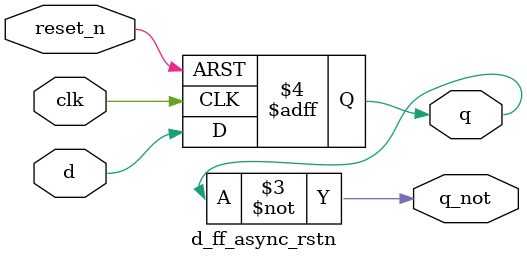
<source format=v>
module d_ff_async_rstn (
    input reset_n ,
    input clk,
    input d,
    output reg q,
    output q_not
);
    always @(posedge clk or negedge reset_n) begin
        if (!reset_n) begin
            q <= 1'b0 ;
        end else begin
            q <= d ;
        end
    end

    assign q_not = ~q ;

endmodule
</source>
